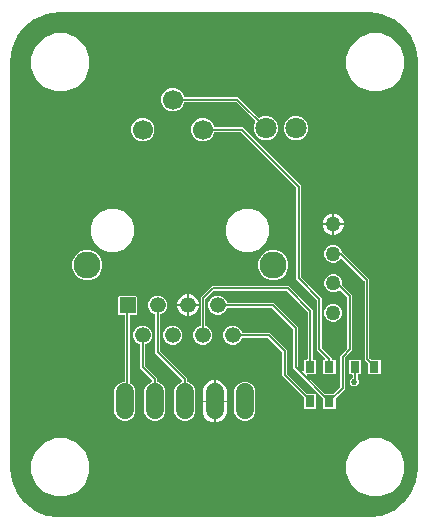
<source format=gbr>
G04 EAGLE Gerber RS-274X export*
G75*
%MOMM*%
%FSLAX34Y34*%
%LPD*%
%INTop Copper*%
%IPPOS*%
%AMOC8*
5,1,8,0,0,1.08239X$1,22.5*%
G01*
G04 Define Apertures*
%ADD10C,1.800000*%
%ADD11C,1.260000*%
%ADD12C,1.524000*%
%ADD13C,1.700000*%
%ADD14C,2.280000*%
%ADD15R,1.335000X1.335000*%
%ADD16C,1.335000*%
%ADD17R,0.798700X0.973900*%
%ADD18C,0.152400*%
%ADD19C,0.525000*%
G36*
X306131Y2039D02*
X306031Y2032D01*
X43360Y2032D01*
X43261Y2039D01*
X32762Y3421D01*
X32569Y3472D01*
X22786Y7525D01*
X22613Y7624D01*
X14212Y14071D01*
X14071Y14212D01*
X7624Y22613D01*
X7525Y22786D01*
X3472Y32569D01*
X3421Y32762D01*
X2039Y43261D01*
X2032Y43360D01*
X2032Y388528D01*
X2039Y388628D01*
X3414Y399072D01*
X3465Y399264D01*
X7496Y408996D01*
X7596Y409168D01*
X14009Y417526D01*
X14149Y417666D01*
X22507Y424079D01*
X22679Y424179D01*
X32411Y428210D01*
X32603Y428261D01*
X43048Y429636D01*
X43147Y429643D01*
X306244Y429643D01*
X306344Y429636D01*
X316699Y428273D01*
X316892Y428222D01*
X326542Y424224D01*
X326714Y424125D01*
X335001Y417766D01*
X335141Y417626D01*
X341500Y409339D01*
X341599Y409167D01*
X345597Y399517D01*
X345648Y399324D01*
X347011Y388969D01*
X347018Y388869D01*
X347018Y43019D01*
X347011Y42919D01*
X345641Y32508D01*
X345589Y32316D01*
X341571Y22615D01*
X341471Y22442D01*
X335079Y14112D01*
X334938Y13971D01*
X326608Y7579D01*
X326435Y7479D01*
X316734Y3461D01*
X316542Y3409D01*
X306131Y2039D01*
G37*
%LPC*%
G36*
X306270Y362818D02*
X316030Y362818D01*
X325046Y366553D01*
X331947Y373454D01*
X335682Y382470D01*
X335682Y392230D01*
X331947Y401246D01*
X325046Y408147D01*
X316030Y411882D01*
X306270Y411882D01*
X297254Y408147D01*
X290353Y401246D01*
X286618Y392230D01*
X286618Y382470D01*
X290353Y373454D01*
X297254Y366553D01*
X306270Y362818D01*
G37*
G36*
X39570Y362818D02*
X49330Y362818D01*
X58346Y366553D01*
X65247Y373454D01*
X68982Y382470D01*
X68982Y392230D01*
X65247Y401246D01*
X58346Y408147D01*
X49330Y411882D01*
X39570Y411882D01*
X30554Y408147D01*
X23653Y401246D01*
X19918Y392230D01*
X19918Y382470D01*
X23653Y373454D01*
X30554Y366553D01*
X39570Y362818D01*
G37*
G36*
X216397Y321200D02*
X220483Y321200D01*
X224258Y322764D01*
X227146Y325653D01*
X228710Y329427D01*
X228710Y333513D01*
X227146Y337288D01*
X224258Y340176D01*
X220483Y341740D01*
X216397Y341740D01*
X213082Y340367D01*
X212803Y340309D01*
X212505Y340365D01*
X212252Y340532D01*
X195152Y357632D01*
X149942Y357632D01*
X149662Y357685D01*
X149408Y357851D01*
X149238Y358102D01*
X147983Y361134D01*
X145234Y363883D01*
X141643Y365370D01*
X137757Y365370D01*
X134166Y363883D01*
X131417Y361134D01*
X129930Y357543D01*
X129930Y353657D01*
X131417Y350066D01*
X134166Y347317D01*
X137757Y345830D01*
X141643Y345830D01*
X145234Y347317D01*
X147983Y350066D01*
X149238Y353098D01*
X149395Y353336D01*
X149645Y353508D01*
X149942Y353568D01*
X193153Y353568D01*
X193439Y353512D01*
X193692Y353345D01*
X209378Y337658D01*
X209538Y337422D01*
X209601Y337126D01*
X209543Y336828D01*
X208170Y333513D01*
X208170Y329427D01*
X209734Y325653D01*
X212623Y322764D01*
X216397Y321200D01*
G37*
G36*
X241797Y321200D02*
X245883Y321200D01*
X249658Y322764D01*
X252546Y325653D01*
X254110Y329427D01*
X254110Y333513D01*
X252546Y337288D01*
X249658Y340176D01*
X245883Y341740D01*
X241797Y341740D01*
X238023Y340176D01*
X235134Y337288D01*
X233570Y333513D01*
X233570Y329427D01*
X235134Y325653D01*
X238023Y322764D01*
X241797Y321200D01*
G37*
G36*
X267792Y123401D02*
X276832Y123401D01*
X277576Y124144D01*
X277576Y134936D01*
X276832Y135680D01*
X275106Y135680D01*
X274831Y135731D01*
X274576Y135894D01*
X274404Y136144D01*
X274344Y136442D01*
X274344Y137079D01*
X266137Y145286D01*
X265974Y145527D01*
X265914Y145825D01*
X265914Y187725D01*
X248635Y205004D01*
X248472Y205246D01*
X248412Y205543D01*
X248412Y282782D01*
X198962Y332232D01*
X175342Y332232D01*
X175062Y332285D01*
X174808Y332451D01*
X174638Y332702D01*
X173383Y335734D01*
X170634Y338483D01*
X167043Y339970D01*
X163157Y339970D01*
X159566Y338483D01*
X156817Y335734D01*
X155330Y332143D01*
X155330Y328257D01*
X156817Y324666D01*
X159566Y321917D01*
X163157Y320430D01*
X167043Y320430D01*
X170634Y321917D01*
X173383Y324666D01*
X174638Y327698D01*
X174795Y327936D01*
X175045Y328108D01*
X175342Y328168D01*
X196963Y328168D01*
X197249Y328112D01*
X197502Y327945D01*
X244125Y281322D01*
X244288Y281080D01*
X244348Y280783D01*
X244348Y203544D01*
X261627Y186265D01*
X261790Y186024D01*
X261850Y185726D01*
X261850Y143826D01*
X268695Y136980D01*
X268848Y136761D01*
X268918Y136466D01*
X268867Y136167D01*
X268704Y135911D01*
X268454Y135740D01*
X268157Y135680D01*
X267792Y135680D01*
X267049Y134936D01*
X267049Y124144D01*
X267792Y123401D01*
G37*
G36*
X112357Y320430D02*
X116243Y320430D01*
X119834Y321917D01*
X122583Y324666D01*
X124070Y328257D01*
X124070Y332143D01*
X122583Y335734D01*
X119834Y338483D01*
X116243Y339970D01*
X112357Y339970D01*
X108766Y338483D01*
X106017Y335734D01*
X104530Y332143D01*
X104530Y328257D01*
X106017Y324666D01*
X108766Y321917D01*
X112357Y320430D01*
G37*
G36*
X199563Y226828D02*
X206837Y226828D01*
X213556Y229611D01*
X218699Y234754D01*
X221482Y241473D01*
X221482Y248747D01*
X218699Y255466D01*
X213556Y260609D01*
X206837Y263392D01*
X199563Y263392D01*
X192844Y260609D01*
X187701Y255466D01*
X184918Y248747D01*
X184918Y241473D01*
X187701Y234754D01*
X192844Y229611D01*
X199563Y226828D01*
G37*
G36*
X85263Y226828D02*
X92537Y226828D01*
X99256Y229611D01*
X104399Y234754D01*
X107182Y241473D01*
X107182Y248747D01*
X104399Y255466D01*
X99256Y260609D01*
X92537Y263392D01*
X85263Y263392D01*
X78544Y260609D01*
X73401Y255466D01*
X70618Y248747D01*
X70618Y241473D01*
X73401Y234754D01*
X78544Y229611D01*
X85263Y226828D01*
G37*
G36*
X266750Y250952D02*
X274828Y250952D01*
X274828Y259030D01*
X273832Y259030D01*
X270583Y257684D01*
X268096Y255197D01*
X266750Y251948D01*
X266750Y250952D01*
G37*
G36*
X276352Y250952D02*
X284430Y250952D01*
X284430Y251948D01*
X283084Y255197D01*
X280597Y257684D01*
X277348Y259030D01*
X276352Y259030D01*
X276352Y250952D01*
G37*
G36*
X276352Y241350D02*
X277348Y241350D01*
X280597Y242696D01*
X283084Y245183D01*
X284430Y248432D01*
X284430Y249428D01*
X276352Y249428D01*
X276352Y241350D01*
G37*
G36*
X273832Y241350D02*
X274828Y241350D01*
X274828Y249428D01*
X266750Y249428D01*
X266750Y248432D01*
X268096Y245183D01*
X270583Y242696D01*
X273832Y241350D01*
G37*
G36*
X305892Y123401D02*
X314932Y123401D01*
X315676Y124144D01*
X315676Y134936D01*
X314932Y135680D01*
X307462Y135680D01*
X307176Y135735D01*
X306923Y135903D01*
X306317Y136509D01*
X306154Y136750D01*
X306094Y137047D01*
X306094Y203910D01*
X283163Y226841D01*
X282997Y227088D01*
X282008Y229478D01*
X279878Y231608D01*
X277096Y232760D01*
X274084Y232760D01*
X271302Y231608D01*
X269172Y229478D01*
X268020Y226696D01*
X268020Y223684D01*
X269172Y220902D01*
X271302Y218772D01*
X274084Y217620D01*
X277096Y217620D01*
X279878Y218772D01*
X282074Y220968D01*
X282114Y221030D01*
X282361Y221206D01*
X282657Y221271D01*
X282956Y221215D01*
X283208Y221048D01*
X301807Y202450D01*
X301970Y202208D01*
X302030Y201911D01*
X302030Y135048D01*
X304925Y132153D01*
X305088Y131911D01*
X305149Y131614D01*
X305149Y124144D01*
X305892Y123401D01*
G37*
G36*
X222280Y202940D02*
X227320Y202940D01*
X231977Y204869D01*
X235541Y208433D01*
X237470Y213090D01*
X237470Y218130D01*
X235541Y222787D01*
X231977Y226351D01*
X227320Y228280D01*
X222280Y228280D01*
X217623Y226351D01*
X214059Y222787D01*
X212130Y218130D01*
X212130Y213090D01*
X214059Y208433D01*
X217623Y204869D01*
X222280Y202940D01*
G37*
G36*
X64780Y202940D02*
X69820Y202940D01*
X74477Y204869D01*
X78041Y208433D01*
X79970Y213090D01*
X79970Y218130D01*
X78041Y222787D01*
X74477Y226351D01*
X69820Y228280D01*
X64780Y228280D01*
X60123Y226351D01*
X56559Y222787D01*
X54630Y218130D01*
X54630Y213090D01*
X56559Y208433D01*
X60123Y204869D01*
X64780Y202940D01*
G37*
G36*
X267792Y94191D02*
X276832Y94191D01*
X277576Y94934D01*
X277576Y102404D01*
X277631Y102690D01*
X277799Y102943D01*
X285508Y110652D01*
X285508Y137007D01*
X285564Y137293D01*
X285731Y137546D01*
X291592Y143406D01*
X291592Y190072D01*
X283383Y198281D01*
X283220Y198522D01*
X283160Y198819D01*
X283160Y201696D01*
X282008Y204478D01*
X279878Y206608D01*
X277096Y207760D01*
X274084Y207760D01*
X271302Y206608D01*
X269172Y204478D01*
X268020Y201696D01*
X268020Y198684D01*
X269172Y195902D01*
X271302Y193772D01*
X274084Y192620D01*
X277096Y192620D01*
X279878Y193772D01*
X280472Y194367D01*
X280703Y194525D01*
X280999Y194590D01*
X281297Y194534D01*
X281550Y194367D01*
X287305Y188612D01*
X287468Y188370D01*
X287528Y188073D01*
X287528Y145405D01*
X287472Y145119D01*
X287305Y144867D01*
X281444Y139006D01*
X281444Y112651D01*
X281388Y112365D01*
X281221Y112113D01*
X275801Y106693D01*
X275559Y106530D01*
X275262Y106470D01*
X269362Y106470D01*
X269076Y106525D01*
X268823Y106693D01*
X253416Y122100D01*
X253263Y122319D01*
X253193Y122614D01*
X253244Y122913D01*
X253407Y123169D01*
X253658Y123340D01*
X253955Y123401D01*
X260528Y123401D01*
X261272Y124144D01*
X261272Y134936D01*
X260528Y135680D01*
X258802Y135680D01*
X258527Y135731D01*
X258272Y135894D01*
X258100Y136144D01*
X258040Y136442D01*
X258040Y177678D01*
X237858Y197860D01*
X172513Y197860D01*
X163251Y188598D01*
X163251Y164553D01*
X163198Y164273D01*
X163032Y164018D01*
X162781Y163849D01*
X160600Y162945D01*
X158365Y160711D01*
X157155Y157790D01*
X157155Y154630D01*
X158365Y151710D01*
X160600Y149475D01*
X163520Y148265D01*
X166680Y148265D01*
X169601Y149475D01*
X171835Y151710D01*
X173045Y154630D01*
X173045Y157790D01*
X171835Y160711D01*
X169601Y162945D01*
X167785Y163697D01*
X167547Y163854D01*
X167375Y164104D01*
X167315Y164401D01*
X167315Y186599D01*
X167371Y186885D01*
X167538Y187138D01*
X173973Y193573D01*
X174215Y193736D01*
X174512Y193796D01*
X235859Y193796D01*
X236145Y193740D01*
X236398Y193573D01*
X253753Y176218D01*
X253916Y175976D01*
X253976Y175679D01*
X253976Y136442D01*
X253925Y136167D01*
X253761Y135911D01*
X253511Y135740D01*
X253214Y135680D01*
X251488Y135680D01*
X250745Y134936D01*
X250745Y126611D01*
X250698Y126348D01*
X250538Y126089D01*
X250291Y125914D01*
X249995Y125849D01*
X249697Y125905D01*
X249444Y126072D01*
X245888Y129628D01*
X245725Y129870D01*
X245665Y130167D01*
X245665Y163384D01*
X225406Y183642D01*
X186067Y183642D01*
X185787Y183695D01*
X185533Y183861D01*
X185363Y184112D01*
X184535Y186111D01*
X182301Y188345D01*
X179380Y189555D01*
X176220Y189555D01*
X173300Y188345D01*
X171065Y186111D01*
X169855Y183190D01*
X169855Y180030D01*
X171065Y177110D01*
X173300Y174875D01*
X176220Y173665D01*
X179380Y173665D01*
X182301Y174875D01*
X184535Y177110D01*
X185363Y179108D01*
X185520Y179346D01*
X185770Y179518D01*
X186067Y179578D01*
X223407Y179578D01*
X223693Y179522D01*
X223946Y179355D01*
X241377Y161924D01*
X241540Y161682D01*
X241601Y161385D01*
X241601Y128168D01*
X266825Y102943D01*
X266988Y102701D01*
X267049Y102404D01*
X267049Y94934D01*
X267792Y94191D01*
G37*
G36*
X143185Y182372D02*
X151638Y182372D01*
X151638Y190825D01*
X150567Y190825D01*
X147180Y189422D01*
X144588Y186830D01*
X143185Y183443D01*
X143185Y182372D01*
G37*
G36*
X153162Y182372D02*
X161615Y182372D01*
X161615Y183443D01*
X160212Y186830D01*
X157620Y189422D01*
X154233Y190825D01*
X153162Y190825D01*
X153162Y182372D01*
G37*
G36*
X147967Y83695D02*
X151503Y83695D01*
X154771Y85048D01*
X157272Y87549D01*
X158625Y90817D01*
X158625Y109593D01*
X157272Y112861D01*
X154771Y115362D01*
X152237Y116411D01*
X151999Y116568D01*
X151827Y116818D01*
X151767Y117115D01*
X151767Y120097D01*
X129255Y142608D01*
X129092Y142850D01*
X129032Y143147D01*
X129032Y173343D01*
X129085Y173623D01*
X129251Y173877D01*
X129502Y174047D01*
X131501Y174875D01*
X133735Y177110D01*
X134945Y180030D01*
X134945Y183190D01*
X133735Y186111D01*
X131501Y188345D01*
X128580Y189555D01*
X125420Y189555D01*
X122500Y188345D01*
X120265Y186111D01*
X119055Y183190D01*
X119055Y180030D01*
X120265Y177110D01*
X122500Y174875D01*
X124498Y174047D01*
X124736Y173890D01*
X124908Y173640D01*
X124968Y173343D01*
X124968Y141148D01*
X147480Y118636D01*
X147643Y118395D01*
X147703Y118098D01*
X147703Y117115D01*
X147650Y116835D01*
X147484Y116580D01*
X147233Y116411D01*
X144699Y115362D01*
X142198Y112861D01*
X140845Y109593D01*
X140845Y90817D01*
X142198Y87549D01*
X144699Y85048D01*
X147967Y83695D01*
G37*
G36*
X97167Y83695D02*
X100703Y83695D01*
X103971Y85048D01*
X106472Y87549D01*
X107825Y90817D01*
X107825Y109593D01*
X106472Y112861D01*
X103971Y115362D01*
X103716Y115467D01*
X103478Y115624D01*
X103306Y115874D01*
X103246Y116171D01*
X103246Y172903D01*
X103297Y173178D01*
X103461Y173433D01*
X103711Y173605D01*
X104008Y173665D01*
X108801Y173665D01*
X109545Y174409D01*
X109545Y188811D01*
X108801Y189555D01*
X94399Y189555D01*
X93655Y188811D01*
X93655Y174409D01*
X94399Y173665D01*
X98420Y173665D01*
X98695Y173614D01*
X98950Y173450D01*
X99122Y173200D01*
X99182Y172903D01*
X99182Y117477D01*
X99131Y117202D01*
X98967Y116947D01*
X98717Y116775D01*
X98420Y116715D01*
X97167Y116715D01*
X93899Y115362D01*
X91398Y112861D01*
X90045Y109593D01*
X90045Y90817D01*
X91398Y87549D01*
X93899Y85048D01*
X97167Y83695D01*
G37*
G36*
X274084Y167620D02*
X277096Y167620D01*
X279878Y168772D01*
X282008Y170902D01*
X283160Y173684D01*
X283160Y176696D01*
X282008Y179478D01*
X279878Y181608D01*
X277096Y182760D01*
X274084Y182760D01*
X271302Y181608D01*
X269172Y179478D01*
X268020Y176696D01*
X268020Y173684D01*
X269172Y170902D01*
X271302Y168772D01*
X274084Y167620D01*
G37*
G36*
X153162Y172395D02*
X154233Y172395D01*
X157620Y173798D01*
X160212Y176390D01*
X161615Y179777D01*
X161615Y180848D01*
X153162Y180848D01*
X153162Y172395D01*
G37*
G36*
X150567Y172395D02*
X151638Y172395D01*
X151638Y180848D01*
X143185Y180848D01*
X143185Y179777D01*
X144588Y176390D01*
X147180Y173798D01*
X150567Y172395D01*
G37*
G36*
X251488Y94191D02*
X260528Y94191D01*
X261272Y94934D01*
X261272Y105726D01*
X260528Y106470D01*
X253880Y106470D01*
X253594Y106525D01*
X253341Y106693D01*
X236744Y123290D01*
X236581Y123532D01*
X236521Y123829D01*
X236521Y143600D01*
X221879Y158242D01*
X198767Y158242D01*
X198487Y158295D01*
X198233Y158461D01*
X198063Y158712D01*
X197235Y160711D01*
X195001Y162945D01*
X192080Y164155D01*
X188920Y164155D01*
X186000Y162945D01*
X183765Y160711D01*
X182555Y157790D01*
X182555Y154630D01*
X183765Y151710D01*
X186000Y149475D01*
X188920Y148265D01*
X192080Y148265D01*
X195001Y149475D01*
X197235Y151710D01*
X198063Y153708D01*
X198220Y153946D01*
X198470Y154118D01*
X198767Y154178D01*
X219880Y154178D01*
X220166Y154122D01*
X220419Y153955D01*
X232233Y142140D01*
X232396Y141898D01*
X232457Y141601D01*
X232457Y121830D01*
X250521Y103765D01*
X250684Y103523D01*
X250745Y103226D01*
X250745Y94934D01*
X251488Y94191D01*
G37*
G36*
X138120Y148265D02*
X141280Y148265D01*
X144201Y149475D01*
X146435Y151710D01*
X147645Y154630D01*
X147645Y157790D01*
X146435Y160711D01*
X144201Y162945D01*
X141280Y164155D01*
X138120Y164155D01*
X135200Y162945D01*
X132965Y160711D01*
X131755Y157790D01*
X131755Y154630D01*
X132965Y151710D01*
X135200Y149475D01*
X138120Y148265D01*
G37*
G36*
X122567Y83695D02*
X126103Y83695D01*
X129371Y85048D01*
X131872Y87549D01*
X133225Y90817D01*
X133225Y109593D01*
X131872Y112861D01*
X129371Y115362D01*
X126837Y116411D01*
X126599Y116568D01*
X126427Y116818D01*
X126367Y117115D01*
X126367Y120097D01*
X116555Y129908D01*
X116392Y130150D01*
X116332Y130447D01*
X116332Y147943D01*
X116385Y148223D01*
X116551Y148477D01*
X116802Y148647D01*
X118801Y149475D01*
X121035Y151710D01*
X122245Y154630D01*
X122245Y157790D01*
X121035Y160711D01*
X118801Y162945D01*
X115880Y164155D01*
X112720Y164155D01*
X109800Y162945D01*
X107565Y160711D01*
X106355Y157790D01*
X106355Y154630D01*
X107565Y151710D01*
X109800Y149475D01*
X111798Y148647D01*
X112036Y148490D01*
X112208Y148240D01*
X112268Y147943D01*
X112268Y128448D01*
X122080Y118636D01*
X122243Y118395D01*
X122303Y118098D01*
X122303Y117115D01*
X122250Y116835D01*
X122084Y116580D01*
X121833Y116411D01*
X119299Y115362D01*
X116798Y112861D01*
X115445Y109593D01*
X115445Y90817D01*
X116798Y87549D01*
X119299Y85048D01*
X122567Y83695D01*
G37*
G36*
X291757Y112945D02*
X294983Y112945D01*
X297265Y115227D01*
X297265Y118453D01*
X296363Y119355D01*
X296200Y119597D01*
X296140Y119894D01*
X296140Y122639D01*
X296191Y122913D01*
X296355Y123169D01*
X296605Y123340D01*
X296902Y123401D01*
X298628Y123401D01*
X299372Y124144D01*
X299372Y134936D01*
X298628Y135680D01*
X289588Y135680D01*
X288845Y134936D01*
X288845Y124144D01*
X289588Y123401D01*
X291314Y123401D01*
X291589Y123349D01*
X291844Y123186D01*
X292016Y122936D01*
X292076Y122639D01*
X292076Y121370D01*
X292020Y121084D01*
X291853Y120831D01*
X289475Y118453D01*
X289475Y115227D01*
X291757Y112945D01*
G37*
G36*
X164975Y100967D02*
X174373Y100967D01*
X174373Y117985D01*
X173114Y117985D01*
X169380Y116438D01*
X166522Y113580D01*
X164975Y109846D01*
X164975Y100967D01*
G37*
G36*
X175897Y100967D02*
X185295Y100967D01*
X185295Y109846D01*
X183748Y113580D01*
X180890Y116438D01*
X177156Y117985D01*
X175897Y117985D01*
X175897Y100967D01*
G37*
G36*
X198767Y83695D02*
X202303Y83695D01*
X205571Y85048D01*
X208072Y87549D01*
X209425Y90817D01*
X209425Y109593D01*
X208072Y112861D01*
X205571Y115362D01*
X202303Y116715D01*
X198767Y116715D01*
X195499Y115362D01*
X192998Y112861D01*
X191645Y109593D01*
X191645Y90817D01*
X192998Y87549D01*
X195499Y85048D01*
X198767Y83695D01*
G37*
G36*
X175897Y82425D02*
X177156Y82425D01*
X180890Y83972D01*
X183748Y86830D01*
X185295Y90564D01*
X185295Y99443D01*
X175897Y99443D01*
X175897Y82425D01*
G37*
G36*
X173114Y82425D02*
X174373Y82425D01*
X174373Y99443D01*
X164975Y99443D01*
X164975Y90564D01*
X166522Y86830D01*
X169380Y83972D01*
X173114Y82425D01*
G37*
G36*
X306270Y19918D02*
X316030Y19918D01*
X325046Y23653D01*
X331947Y30554D01*
X335682Y39570D01*
X335682Y49330D01*
X331947Y58346D01*
X325046Y65247D01*
X316030Y68982D01*
X306270Y68982D01*
X297254Y65247D01*
X290353Y58346D01*
X286618Y49330D01*
X286618Y39570D01*
X290353Y30554D01*
X297254Y23653D01*
X306270Y19918D01*
G37*
G36*
X39570Y19918D02*
X49330Y19918D01*
X58346Y23653D01*
X65247Y30554D01*
X68982Y39570D01*
X68982Y49330D01*
X65247Y58346D01*
X58346Y65247D01*
X49330Y68982D01*
X39570Y68982D01*
X30554Y65247D01*
X23653Y58346D01*
X19918Y49330D01*
X19918Y39570D01*
X23653Y30554D01*
X30554Y23653D01*
X39570Y19918D01*
G37*
%LPD*%
D10*
X243840Y331470D03*
X218440Y331470D03*
D11*
X275590Y250190D03*
X275590Y225190D03*
X275590Y200190D03*
X275590Y175190D03*
D12*
X200535Y107825D02*
X200535Y92585D01*
X175135Y92585D02*
X175135Y107825D01*
X149735Y107825D02*
X149735Y92585D01*
X124335Y92585D02*
X124335Y107825D01*
X98935Y107825D02*
X98935Y92585D01*
D13*
X165100Y330200D03*
X139700Y355600D03*
X114300Y330200D03*
D14*
X67300Y215610D03*
X224800Y215610D03*
D15*
X101600Y181610D03*
D16*
X114300Y156210D03*
X127000Y181610D03*
X139700Y156210D03*
X152400Y181610D03*
X165100Y156210D03*
X177800Y181610D03*
X190500Y156210D03*
D17*
X256008Y129540D03*
X272312Y129540D03*
X256008Y100330D03*
X272312Y100330D03*
X294108Y129540D03*
X310412Y129540D03*
D18*
X114300Y129290D02*
X114300Y156210D01*
X124335Y119255D02*
X124335Y100205D01*
X124335Y119255D02*
X114300Y129290D01*
X127000Y141990D02*
X127000Y181610D01*
X149735Y119255D02*
X149735Y100205D01*
X149735Y119255D02*
X127000Y141990D01*
X294108Y129540D02*
X294108Y117578D01*
X293370Y116840D01*
D19*
X293370Y116840D03*
D18*
X198120Y330200D02*
X165100Y330200D01*
X198120Y330200D02*
X246380Y281940D01*
X272312Y136237D02*
X272312Y129540D01*
X272312Y136237D02*
X263882Y144667D01*
X263882Y186884D02*
X246380Y204386D01*
X246380Y281940D01*
X263882Y186884D02*
X263882Y144667D01*
X101214Y181224D02*
X101214Y102484D01*
X101214Y181224D02*
X101600Y181610D01*
X101214Y102484D02*
X98935Y100205D01*
X234489Y122671D02*
X234489Y142759D01*
X256008Y101152D02*
X256008Y100330D01*
X256008Y101152D02*
X234489Y122671D01*
X221037Y156210D02*
X190500Y156210D01*
X221037Y156210D02*
X234489Y142759D01*
X165283Y156393D02*
X165100Y156210D01*
X165283Y156393D02*
X165283Y187757D01*
X173354Y195828D01*
X237016Y195828D01*
X256008Y176836D01*
X256008Y129540D01*
X304062Y203068D02*
X281940Y225190D01*
X275590Y225190D01*
X304062Y203068D02*
X304062Y135890D01*
X310412Y129540D01*
X194310Y355600D02*
X139700Y355600D01*
X194310Y355600D02*
X218440Y331470D01*
X283476Y111494D02*
X272312Y100330D01*
X283476Y138164D02*
X289560Y144248D01*
X283476Y138164D02*
X283476Y111494D01*
X289560Y144248D02*
X289560Y189230D01*
X278600Y200190D01*
X275590Y200190D01*
X224565Y181610D02*
X177800Y181610D01*
X224565Y181610D02*
X243633Y162542D01*
X243633Y129010D02*
X272312Y100330D01*
X243633Y129010D02*
X243633Y162542D01*
M02*

</source>
